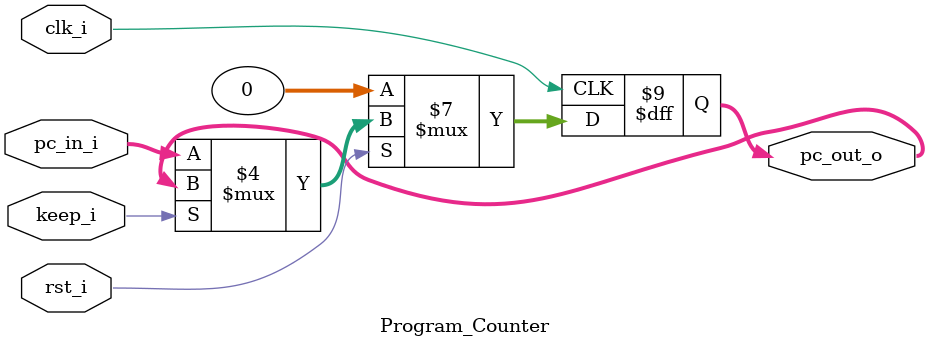
<source format=v>
`timescale 1ns / 1ps

module Program_Counter (
  clk_i,
  rst_i,
  keep_i,
  pc_in_i,
  pc_out_o
);

input clk_i, rst_i, keep_i;
input [31:0] pc_in_i;
output reg [31:0] pc_out_o;

always @(posedge clk_i) begin
  if (~rst_i) begin
    pc_out_o <= 0;
  end else begin
    if (keep_i)
      pc_out_o <= pc_out_o;
    else
      pc_out_o <= pc_in_i;
  end
end

endmodule

</source>
